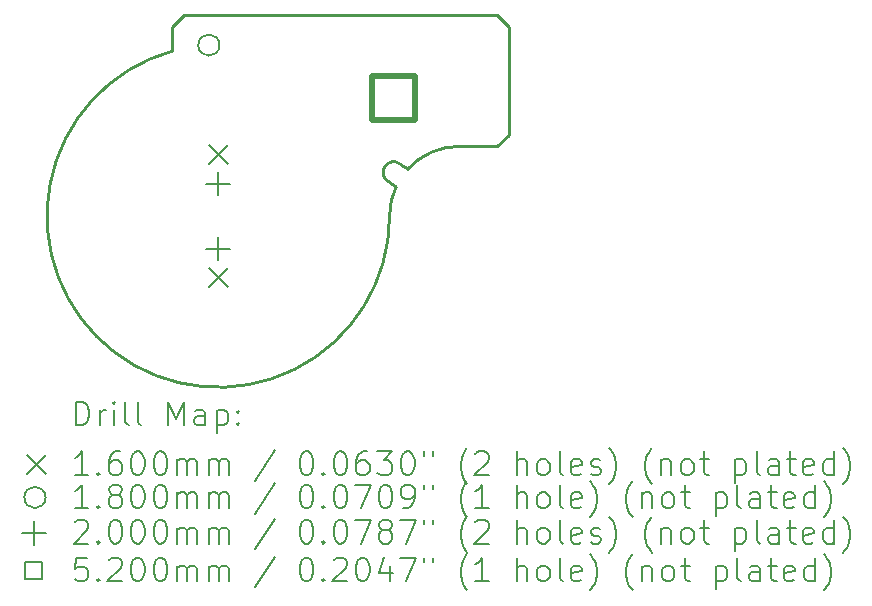
<source format=gbr>
%FSLAX45Y45*%
G04 Gerber Fmt 4.5, Leading zero omitted, Abs format (unit mm)*
G04 Created by KiCad (PCBNEW (6.0.1)) date 2022-03-24 22:12:07*
%MOMM*%
%LPD*%
G01*
G04 APERTURE LIST*
%TA.AperFunction,Profile*%
%ADD10C,0.250000*%
%TD*%
%ADD11C,0.200000*%
%ADD12C,0.160000*%
%ADD13C,0.180000*%
%ADD14C,0.520000*%
G04 APERTURE END LIST*
D10*
X17360000Y-8300000D02*
X14710000Y-8300000D01*
X17040000Y-9410000D02*
G75*
G03*
X16604561Y-9601888I0J-590000D01*
G01*
X14710000Y-8300000D02*
X14610000Y-8400000D01*
X16434738Y-9705056D02*
X16504789Y-9751707D01*
X17460000Y-8400000D02*
X17360000Y-8300000D01*
X16534510Y-9555238D02*
G75*
G03*
X16434738Y-9705056I-49886J-74909D01*
G01*
X16604561Y-9601888D02*
X16534510Y-9555238D01*
X17360000Y-9410000D02*
X17460000Y-9310000D01*
X16504789Y-9751707D02*
G75*
G03*
X16450000Y-10000000I535210J-248293D01*
G01*
X17040000Y-9410000D02*
X17360000Y-9410000D01*
X14610000Y-8603433D02*
G75*
G03*
X16450000Y-10000000I390000J-1396567D01*
G01*
X14610000Y-8400000D02*
X14610000Y-8603433D01*
X17460000Y-9310000D02*
X17460000Y-8400000D01*
D11*
D12*
X14920000Y-9397500D02*
X15080000Y-9557500D01*
X15080000Y-9397500D02*
X14920000Y-9557500D01*
X14920000Y-10442500D02*
X15080000Y-10602500D01*
X15080000Y-10442500D02*
X14920000Y-10602500D01*
D13*
X15010000Y-8552500D02*
G75*
G03*
X15010000Y-8552500I-90000J0D01*
G01*
D11*
X15000000Y-9625000D02*
X15000000Y-9825000D01*
X14900000Y-9725000D02*
X15100000Y-9725000D01*
X15000000Y-10175000D02*
X15000000Y-10375000D01*
X14900000Y-10275000D02*
X15100000Y-10275000D01*
D14*
X16668849Y-9183850D02*
X16668849Y-8816151D01*
X16301150Y-8816151D01*
X16301150Y-9183850D01*
X16668849Y-9183850D01*
D11*
X13795119Y-11772976D02*
X13795119Y-11572976D01*
X13842738Y-11572976D01*
X13871309Y-11582500D01*
X13890357Y-11601548D01*
X13899881Y-11620595D01*
X13909405Y-11658690D01*
X13909405Y-11687262D01*
X13899881Y-11725357D01*
X13890357Y-11744405D01*
X13871309Y-11763452D01*
X13842738Y-11772976D01*
X13795119Y-11772976D01*
X13995119Y-11772976D02*
X13995119Y-11639643D01*
X13995119Y-11677738D02*
X14004643Y-11658690D01*
X14014167Y-11649167D01*
X14033214Y-11639643D01*
X14052262Y-11639643D01*
X14118928Y-11772976D02*
X14118928Y-11639643D01*
X14118928Y-11572976D02*
X14109405Y-11582500D01*
X14118928Y-11592024D01*
X14128452Y-11582500D01*
X14118928Y-11572976D01*
X14118928Y-11592024D01*
X14242738Y-11772976D02*
X14223690Y-11763452D01*
X14214167Y-11744405D01*
X14214167Y-11572976D01*
X14347500Y-11772976D02*
X14328452Y-11763452D01*
X14318928Y-11744405D01*
X14318928Y-11572976D01*
X14576071Y-11772976D02*
X14576071Y-11572976D01*
X14642738Y-11715833D01*
X14709405Y-11572976D01*
X14709405Y-11772976D01*
X14890357Y-11772976D02*
X14890357Y-11668214D01*
X14880833Y-11649167D01*
X14861786Y-11639643D01*
X14823690Y-11639643D01*
X14804643Y-11649167D01*
X14890357Y-11763452D02*
X14871309Y-11772976D01*
X14823690Y-11772976D01*
X14804643Y-11763452D01*
X14795119Y-11744405D01*
X14795119Y-11725357D01*
X14804643Y-11706309D01*
X14823690Y-11696786D01*
X14871309Y-11696786D01*
X14890357Y-11687262D01*
X14985595Y-11639643D02*
X14985595Y-11839643D01*
X14985595Y-11649167D02*
X15004643Y-11639643D01*
X15042738Y-11639643D01*
X15061786Y-11649167D01*
X15071309Y-11658690D01*
X15080833Y-11677738D01*
X15080833Y-11734881D01*
X15071309Y-11753928D01*
X15061786Y-11763452D01*
X15042738Y-11772976D01*
X15004643Y-11772976D01*
X14985595Y-11763452D01*
X15166548Y-11753928D02*
X15176071Y-11763452D01*
X15166548Y-11772976D01*
X15157024Y-11763452D01*
X15166548Y-11753928D01*
X15166548Y-11772976D01*
X15166548Y-11649167D02*
X15176071Y-11658690D01*
X15166548Y-11668214D01*
X15157024Y-11658690D01*
X15166548Y-11649167D01*
X15166548Y-11668214D01*
D12*
X13377500Y-12022500D02*
X13537500Y-12182500D01*
X13537500Y-12022500D02*
X13377500Y-12182500D01*
D11*
X13899881Y-12192976D02*
X13785595Y-12192976D01*
X13842738Y-12192976D02*
X13842738Y-11992976D01*
X13823690Y-12021548D01*
X13804643Y-12040595D01*
X13785595Y-12050119D01*
X13985595Y-12173928D02*
X13995119Y-12183452D01*
X13985595Y-12192976D01*
X13976071Y-12183452D01*
X13985595Y-12173928D01*
X13985595Y-12192976D01*
X14166548Y-11992976D02*
X14128452Y-11992976D01*
X14109405Y-12002500D01*
X14099881Y-12012024D01*
X14080833Y-12040595D01*
X14071309Y-12078690D01*
X14071309Y-12154881D01*
X14080833Y-12173928D01*
X14090357Y-12183452D01*
X14109405Y-12192976D01*
X14147500Y-12192976D01*
X14166548Y-12183452D01*
X14176071Y-12173928D01*
X14185595Y-12154881D01*
X14185595Y-12107262D01*
X14176071Y-12088214D01*
X14166548Y-12078690D01*
X14147500Y-12069167D01*
X14109405Y-12069167D01*
X14090357Y-12078690D01*
X14080833Y-12088214D01*
X14071309Y-12107262D01*
X14309405Y-11992976D02*
X14328452Y-11992976D01*
X14347500Y-12002500D01*
X14357024Y-12012024D01*
X14366548Y-12031071D01*
X14376071Y-12069167D01*
X14376071Y-12116786D01*
X14366548Y-12154881D01*
X14357024Y-12173928D01*
X14347500Y-12183452D01*
X14328452Y-12192976D01*
X14309405Y-12192976D01*
X14290357Y-12183452D01*
X14280833Y-12173928D01*
X14271309Y-12154881D01*
X14261786Y-12116786D01*
X14261786Y-12069167D01*
X14271309Y-12031071D01*
X14280833Y-12012024D01*
X14290357Y-12002500D01*
X14309405Y-11992976D01*
X14499881Y-11992976D02*
X14518928Y-11992976D01*
X14537976Y-12002500D01*
X14547500Y-12012024D01*
X14557024Y-12031071D01*
X14566548Y-12069167D01*
X14566548Y-12116786D01*
X14557024Y-12154881D01*
X14547500Y-12173928D01*
X14537976Y-12183452D01*
X14518928Y-12192976D01*
X14499881Y-12192976D01*
X14480833Y-12183452D01*
X14471309Y-12173928D01*
X14461786Y-12154881D01*
X14452262Y-12116786D01*
X14452262Y-12069167D01*
X14461786Y-12031071D01*
X14471309Y-12012024D01*
X14480833Y-12002500D01*
X14499881Y-11992976D01*
X14652262Y-12192976D02*
X14652262Y-12059643D01*
X14652262Y-12078690D02*
X14661786Y-12069167D01*
X14680833Y-12059643D01*
X14709405Y-12059643D01*
X14728452Y-12069167D01*
X14737976Y-12088214D01*
X14737976Y-12192976D01*
X14737976Y-12088214D02*
X14747500Y-12069167D01*
X14766548Y-12059643D01*
X14795119Y-12059643D01*
X14814167Y-12069167D01*
X14823690Y-12088214D01*
X14823690Y-12192976D01*
X14918928Y-12192976D02*
X14918928Y-12059643D01*
X14918928Y-12078690D02*
X14928452Y-12069167D01*
X14947500Y-12059643D01*
X14976071Y-12059643D01*
X14995119Y-12069167D01*
X15004643Y-12088214D01*
X15004643Y-12192976D01*
X15004643Y-12088214D02*
X15014167Y-12069167D01*
X15033214Y-12059643D01*
X15061786Y-12059643D01*
X15080833Y-12069167D01*
X15090357Y-12088214D01*
X15090357Y-12192976D01*
X15480833Y-11983452D02*
X15309405Y-12240595D01*
X15737976Y-11992976D02*
X15757024Y-11992976D01*
X15776071Y-12002500D01*
X15785595Y-12012024D01*
X15795119Y-12031071D01*
X15804643Y-12069167D01*
X15804643Y-12116786D01*
X15795119Y-12154881D01*
X15785595Y-12173928D01*
X15776071Y-12183452D01*
X15757024Y-12192976D01*
X15737976Y-12192976D01*
X15718928Y-12183452D01*
X15709405Y-12173928D01*
X15699881Y-12154881D01*
X15690357Y-12116786D01*
X15690357Y-12069167D01*
X15699881Y-12031071D01*
X15709405Y-12012024D01*
X15718928Y-12002500D01*
X15737976Y-11992976D01*
X15890357Y-12173928D02*
X15899881Y-12183452D01*
X15890357Y-12192976D01*
X15880833Y-12183452D01*
X15890357Y-12173928D01*
X15890357Y-12192976D01*
X16023690Y-11992976D02*
X16042738Y-11992976D01*
X16061786Y-12002500D01*
X16071309Y-12012024D01*
X16080833Y-12031071D01*
X16090357Y-12069167D01*
X16090357Y-12116786D01*
X16080833Y-12154881D01*
X16071309Y-12173928D01*
X16061786Y-12183452D01*
X16042738Y-12192976D01*
X16023690Y-12192976D01*
X16004643Y-12183452D01*
X15995119Y-12173928D01*
X15985595Y-12154881D01*
X15976071Y-12116786D01*
X15976071Y-12069167D01*
X15985595Y-12031071D01*
X15995119Y-12012024D01*
X16004643Y-12002500D01*
X16023690Y-11992976D01*
X16261786Y-11992976D02*
X16223690Y-11992976D01*
X16204643Y-12002500D01*
X16195119Y-12012024D01*
X16176071Y-12040595D01*
X16166548Y-12078690D01*
X16166548Y-12154881D01*
X16176071Y-12173928D01*
X16185595Y-12183452D01*
X16204643Y-12192976D01*
X16242738Y-12192976D01*
X16261786Y-12183452D01*
X16271309Y-12173928D01*
X16280833Y-12154881D01*
X16280833Y-12107262D01*
X16271309Y-12088214D01*
X16261786Y-12078690D01*
X16242738Y-12069167D01*
X16204643Y-12069167D01*
X16185595Y-12078690D01*
X16176071Y-12088214D01*
X16166548Y-12107262D01*
X16347500Y-11992976D02*
X16471309Y-11992976D01*
X16404643Y-12069167D01*
X16433214Y-12069167D01*
X16452262Y-12078690D01*
X16461786Y-12088214D01*
X16471309Y-12107262D01*
X16471309Y-12154881D01*
X16461786Y-12173928D01*
X16452262Y-12183452D01*
X16433214Y-12192976D01*
X16376071Y-12192976D01*
X16357024Y-12183452D01*
X16347500Y-12173928D01*
X16595119Y-11992976D02*
X16614167Y-11992976D01*
X16633214Y-12002500D01*
X16642738Y-12012024D01*
X16652262Y-12031071D01*
X16661786Y-12069167D01*
X16661786Y-12116786D01*
X16652262Y-12154881D01*
X16642738Y-12173928D01*
X16633214Y-12183452D01*
X16614167Y-12192976D01*
X16595119Y-12192976D01*
X16576071Y-12183452D01*
X16566548Y-12173928D01*
X16557024Y-12154881D01*
X16547500Y-12116786D01*
X16547500Y-12069167D01*
X16557024Y-12031071D01*
X16566548Y-12012024D01*
X16576071Y-12002500D01*
X16595119Y-11992976D01*
X16737976Y-11992976D02*
X16737976Y-12031071D01*
X16814167Y-11992976D02*
X16814167Y-12031071D01*
X17109405Y-12269167D02*
X17099881Y-12259643D01*
X17080833Y-12231071D01*
X17071310Y-12212024D01*
X17061786Y-12183452D01*
X17052262Y-12135833D01*
X17052262Y-12097738D01*
X17061786Y-12050119D01*
X17071310Y-12021548D01*
X17080833Y-12002500D01*
X17099881Y-11973928D01*
X17109405Y-11964405D01*
X17176071Y-12012024D02*
X17185595Y-12002500D01*
X17204643Y-11992976D01*
X17252262Y-11992976D01*
X17271310Y-12002500D01*
X17280833Y-12012024D01*
X17290357Y-12031071D01*
X17290357Y-12050119D01*
X17280833Y-12078690D01*
X17166548Y-12192976D01*
X17290357Y-12192976D01*
X17528452Y-12192976D02*
X17528452Y-11992976D01*
X17614167Y-12192976D02*
X17614167Y-12088214D01*
X17604643Y-12069167D01*
X17585595Y-12059643D01*
X17557024Y-12059643D01*
X17537976Y-12069167D01*
X17528452Y-12078690D01*
X17737976Y-12192976D02*
X17718929Y-12183452D01*
X17709405Y-12173928D01*
X17699881Y-12154881D01*
X17699881Y-12097738D01*
X17709405Y-12078690D01*
X17718929Y-12069167D01*
X17737976Y-12059643D01*
X17766548Y-12059643D01*
X17785595Y-12069167D01*
X17795119Y-12078690D01*
X17804643Y-12097738D01*
X17804643Y-12154881D01*
X17795119Y-12173928D01*
X17785595Y-12183452D01*
X17766548Y-12192976D01*
X17737976Y-12192976D01*
X17918929Y-12192976D02*
X17899881Y-12183452D01*
X17890357Y-12164405D01*
X17890357Y-11992976D01*
X18071310Y-12183452D02*
X18052262Y-12192976D01*
X18014167Y-12192976D01*
X17995119Y-12183452D01*
X17985595Y-12164405D01*
X17985595Y-12088214D01*
X17995119Y-12069167D01*
X18014167Y-12059643D01*
X18052262Y-12059643D01*
X18071310Y-12069167D01*
X18080833Y-12088214D01*
X18080833Y-12107262D01*
X17985595Y-12126309D01*
X18157024Y-12183452D02*
X18176071Y-12192976D01*
X18214167Y-12192976D01*
X18233214Y-12183452D01*
X18242738Y-12164405D01*
X18242738Y-12154881D01*
X18233214Y-12135833D01*
X18214167Y-12126309D01*
X18185595Y-12126309D01*
X18166548Y-12116786D01*
X18157024Y-12097738D01*
X18157024Y-12088214D01*
X18166548Y-12069167D01*
X18185595Y-12059643D01*
X18214167Y-12059643D01*
X18233214Y-12069167D01*
X18309405Y-12269167D02*
X18318929Y-12259643D01*
X18337976Y-12231071D01*
X18347500Y-12212024D01*
X18357024Y-12183452D01*
X18366548Y-12135833D01*
X18366548Y-12097738D01*
X18357024Y-12050119D01*
X18347500Y-12021548D01*
X18337976Y-12002500D01*
X18318929Y-11973928D01*
X18309405Y-11964405D01*
X18671310Y-12269167D02*
X18661786Y-12259643D01*
X18642738Y-12231071D01*
X18633214Y-12212024D01*
X18623690Y-12183452D01*
X18614167Y-12135833D01*
X18614167Y-12097738D01*
X18623690Y-12050119D01*
X18633214Y-12021548D01*
X18642738Y-12002500D01*
X18661786Y-11973928D01*
X18671310Y-11964405D01*
X18747500Y-12059643D02*
X18747500Y-12192976D01*
X18747500Y-12078690D02*
X18757024Y-12069167D01*
X18776071Y-12059643D01*
X18804643Y-12059643D01*
X18823690Y-12069167D01*
X18833214Y-12088214D01*
X18833214Y-12192976D01*
X18957024Y-12192976D02*
X18937976Y-12183452D01*
X18928452Y-12173928D01*
X18918929Y-12154881D01*
X18918929Y-12097738D01*
X18928452Y-12078690D01*
X18937976Y-12069167D01*
X18957024Y-12059643D01*
X18985595Y-12059643D01*
X19004643Y-12069167D01*
X19014167Y-12078690D01*
X19023690Y-12097738D01*
X19023690Y-12154881D01*
X19014167Y-12173928D01*
X19004643Y-12183452D01*
X18985595Y-12192976D01*
X18957024Y-12192976D01*
X19080833Y-12059643D02*
X19157024Y-12059643D01*
X19109405Y-11992976D02*
X19109405Y-12164405D01*
X19118929Y-12183452D01*
X19137976Y-12192976D01*
X19157024Y-12192976D01*
X19376071Y-12059643D02*
X19376071Y-12259643D01*
X19376071Y-12069167D02*
X19395119Y-12059643D01*
X19433214Y-12059643D01*
X19452262Y-12069167D01*
X19461786Y-12078690D01*
X19471310Y-12097738D01*
X19471310Y-12154881D01*
X19461786Y-12173928D01*
X19452262Y-12183452D01*
X19433214Y-12192976D01*
X19395119Y-12192976D01*
X19376071Y-12183452D01*
X19585595Y-12192976D02*
X19566548Y-12183452D01*
X19557024Y-12164405D01*
X19557024Y-11992976D01*
X19747500Y-12192976D02*
X19747500Y-12088214D01*
X19737976Y-12069167D01*
X19718929Y-12059643D01*
X19680833Y-12059643D01*
X19661786Y-12069167D01*
X19747500Y-12183452D02*
X19728452Y-12192976D01*
X19680833Y-12192976D01*
X19661786Y-12183452D01*
X19652262Y-12164405D01*
X19652262Y-12145357D01*
X19661786Y-12126309D01*
X19680833Y-12116786D01*
X19728452Y-12116786D01*
X19747500Y-12107262D01*
X19814167Y-12059643D02*
X19890357Y-12059643D01*
X19842738Y-11992976D02*
X19842738Y-12164405D01*
X19852262Y-12183452D01*
X19871310Y-12192976D01*
X19890357Y-12192976D01*
X20033214Y-12183452D02*
X20014167Y-12192976D01*
X19976071Y-12192976D01*
X19957024Y-12183452D01*
X19947500Y-12164405D01*
X19947500Y-12088214D01*
X19957024Y-12069167D01*
X19976071Y-12059643D01*
X20014167Y-12059643D01*
X20033214Y-12069167D01*
X20042738Y-12088214D01*
X20042738Y-12107262D01*
X19947500Y-12126309D01*
X20214167Y-12192976D02*
X20214167Y-11992976D01*
X20214167Y-12183452D02*
X20195119Y-12192976D01*
X20157024Y-12192976D01*
X20137976Y-12183452D01*
X20128452Y-12173928D01*
X20118929Y-12154881D01*
X20118929Y-12097738D01*
X20128452Y-12078690D01*
X20137976Y-12069167D01*
X20157024Y-12059643D01*
X20195119Y-12059643D01*
X20214167Y-12069167D01*
X20290357Y-12269167D02*
X20299881Y-12259643D01*
X20318929Y-12231071D01*
X20328452Y-12212024D01*
X20337976Y-12183452D01*
X20347500Y-12135833D01*
X20347500Y-12097738D01*
X20337976Y-12050119D01*
X20328452Y-12021548D01*
X20318929Y-12002500D01*
X20299881Y-11973928D01*
X20290357Y-11964405D01*
D13*
X13537500Y-12382500D02*
G75*
G03*
X13537500Y-12382500I-90000J0D01*
G01*
D11*
X13899881Y-12472976D02*
X13785595Y-12472976D01*
X13842738Y-12472976D02*
X13842738Y-12272976D01*
X13823690Y-12301548D01*
X13804643Y-12320595D01*
X13785595Y-12330119D01*
X13985595Y-12453928D02*
X13995119Y-12463452D01*
X13985595Y-12472976D01*
X13976071Y-12463452D01*
X13985595Y-12453928D01*
X13985595Y-12472976D01*
X14109405Y-12358690D02*
X14090357Y-12349167D01*
X14080833Y-12339643D01*
X14071309Y-12320595D01*
X14071309Y-12311071D01*
X14080833Y-12292024D01*
X14090357Y-12282500D01*
X14109405Y-12272976D01*
X14147500Y-12272976D01*
X14166548Y-12282500D01*
X14176071Y-12292024D01*
X14185595Y-12311071D01*
X14185595Y-12320595D01*
X14176071Y-12339643D01*
X14166548Y-12349167D01*
X14147500Y-12358690D01*
X14109405Y-12358690D01*
X14090357Y-12368214D01*
X14080833Y-12377738D01*
X14071309Y-12396786D01*
X14071309Y-12434881D01*
X14080833Y-12453928D01*
X14090357Y-12463452D01*
X14109405Y-12472976D01*
X14147500Y-12472976D01*
X14166548Y-12463452D01*
X14176071Y-12453928D01*
X14185595Y-12434881D01*
X14185595Y-12396786D01*
X14176071Y-12377738D01*
X14166548Y-12368214D01*
X14147500Y-12358690D01*
X14309405Y-12272976D02*
X14328452Y-12272976D01*
X14347500Y-12282500D01*
X14357024Y-12292024D01*
X14366548Y-12311071D01*
X14376071Y-12349167D01*
X14376071Y-12396786D01*
X14366548Y-12434881D01*
X14357024Y-12453928D01*
X14347500Y-12463452D01*
X14328452Y-12472976D01*
X14309405Y-12472976D01*
X14290357Y-12463452D01*
X14280833Y-12453928D01*
X14271309Y-12434881D01*
X14261786Y-12396786D01*
X14261786Y-12349167D01*
X14271309Y-12311071D01*
X14280833Y-12292024D01*
X14290357Y-12282500D01*
X14309405Y-12272976D01*
X14499881Y-12272976D02*
X14518928Y-12272976D01*
X14537976Y-12282500D01*
X14547500Y-12292024D01*
X14557024Y-12311071D01*
X14566548Y-12349167D01*
X14566548Y-12396786D01*
X14557024Y-12434881D01*
X14547500Y-12453928D01*
X14537976Y-12463452D01*
X14518928Y-12472976D01*
X14499881Y-12472976D01*
X14480833Y-12463452D01*
X14471309Y-12453928D01*
X14461786Y-12434881D01*
X14452262Y-12396786D01*
X14452262Y-12349167D01*
X14461786Y-12311071D01*
X14471309Y-12292024D01*
X14480833Y-12282500D01*
X14499881Y-12272976D01*
X14652262Y-12472976D02*
X14652262Y-12339643D01*
X14652262Y-12358690D02*
X14661786Y-12349167D01*
X14680833Y-12339643D01*
X14709405Y-12339643D01*
X14728452Y-12349167D01*
X14737976Y-12368214D01*
X14737976Y-12472976D01*
X14737976Y-12368214D02*
X14747500Y-12349167D01*
X14766548Y-12339643D01*
X14795119Y-12339643D01*
X14814167Y-12349167D01*
X14823690Y-12368214D01*
X14823690Y-12472976D01*
X14918928Y-12472976D02*
X14918928Y-12339643D01*
X14918928Y-12358690D02*
X14928452Y-12349167D01*
X14947500Y-12339643D01*
X14976071Y-12339643D01*
X14995119Y-12349167D01*
X15004643Y-12368214D01*
X15004643Y-12472976D01*
X15004643Y-12368214D02*
X15014167Y-12349167D01*
X15033214Y-12339643D01*
X15061786Y-12339643D01*
X15080833Y-12349167D01*
X15090357Y-12368214D01*
X15090357Y-12472976D01*
X15480833Y-12263452D02*
X15309405Y-12520595D01*
X15737976Y-12272976D02*
X15757024Y-12272976D01*
X15776071Y-12282500D01*
X15785595Y-12292024D01*
X15795119Y-12311071D01*
X15804643Y-12349167D01*
X15804643Y-12396786D01*
X15795119Y-12434881D01*
X15785595Y-12453928D01*
X15776071Y-12463452D01*
X15757024Y-12472976D01*
X15737976Y-12472976D01*
X15718928Y-12463452D01*
X15709405Y-12453928D01*
X15699881Y-12434881D01*
X15690357Y-12396786D01*
X15690357Y-12349167D01*
X15699881Y-12311071D01*
X15709405Y-12292024D01*
X15718928Y-12282500D01*
X15737976Y-12272976D01*
X15890357Y-12453928D02*
X15899881Y-12463452D01*
X15890357Y-12472976D01*
X15880833Y-12463452D01*
X15890357Y-12453928D01*
X15890357Y-12472976D01*
X16023690Y-12272976D02*
X16042738Y-12272976D01*
X16061786Y-12282500D01*
X16071309Y-12292024D01*
X16080833Y-12311071D01*
X16090357Y-12349167D01*
X16090357Y-12396786D01*
X16080833Y-12434881D01*
X16071309Y-12453928D01*
X16061786Y-12463452D01*
X16042738Y-12472976D01*
X16023690Y-12472976D01*
X16004643Y-12463452D01*
X15995119Y-12453928D01*
X15985595Y-12434881D01*
X15976071Y-12396786D01*
X15976071Y-12349167D01*
X15985595Y-12311071D01*
X15995119Y-12292024D01*
X16004643Y-12282500D01*
X16023690Y-12272976D01*
X16157024Y-12272976D02*
X16290357Y-12272976D01*
X16204643Y-12472976D01*
X16404643Y-12272976D02*
X16423690Y-12272976D01*
X16442738Y-12282500D01*
X16452262Y-12292024D01*
X16461786Y-12311071D01*
X16471309Y-12349167D01*
X16471309Y-12396786D01*
X16461786Y-12434881D01*
X16452262Y-12453928D01*
X16442738Y-12463452D01*
X16423690Y-12472976D01*
X16404643Y-12472976D01*
X16385595Y-12463452D01*
X16376071Y-12453928D01*
X16366548Y-12434881D01*
X16357024Y-12396786D01*
X16357024Y-12349167D01*
X16366548Y-12311071D01*
X16376071Y-12292024D01*
X16385595Y-12282500D01*
X16404643Y-12272976D01*
X16566548Y-12472976D02*
X16604643Y-12472976D01*
X16623690Y-12463452D01*
X16633214Y-12453928D01*
X16652262Y-12425357D01*
X16661786Y-12387262D01*
X16661786Y-12311071D01*
X16652262Y-12292024D01*
X16642738Y-12282500D01*
X16623690Y-12272976D01*
X16585595Y-12272976D01*
X16566548Y-12282500D01*
X16557024Y-12292024D01*
X16547500Y-12311071D01*
X16547500Y-12358690D01*
X16557024Y-12377738D01*
X16566548Y-12387262D01*
X16585595Y-12396786D01*
X16623690Y-12396786D01*
X16642738Y-12387262D01*
X16652262Y-12377738D01*
X16661786Y-12358690D01*
X16737976Y-12272976D02*
X16737976Y-12311071D01*
X16814167Y-12272976D02*
X16814167Y-12311071D01*
X17109405Y-12549167D02*
X17099881Y-12539643D01*
X17080833Y-12511071D01*
X17071310Y-12492024D01*
X17061786Y-12463452D01*
X17052262Y-12415833D01*
X17052262Y-12377738D01*
X17061786Y-12330119D01*
X17071310Y-12301548D01*
X17080833Y-12282500D01*
X17099881Y-12253928D01*
X17109405Y-12244405D01*
X17290357Y-12472976D02*
X17176071Y-12472976D01*
X17233214Y-12472976D02*
X17233214Y-12272976D01*
X17214167Y-12301548D01*
X17195119Y-12320595D01*
X17176071Y-12330119D01*
X17528452Y-12472976D02*
X17528452Y-12272976D01*
X17614167Y-12472976D02*
X17614167Y-12368214D01*
X17604643Y-12349167D01*
X17585595Y-12339643D01*
X17557024Y-12339643D01*
X17537976Y-12349167D01*
X17528452Y-12358690D01*
X17737976Y-12472976D02*
X17718929Y-12463452D01*
X17709405Y-12453928D01*
X17699881Y-12434881D01*
X17699881Y-12377738D01*
X17709405Y-12358690D01*
X17718929Y-12349167D01*
X17737976Y-12339643D01*
X17766548Y-12339643D01*
X17785595Y-12349167D01*
X17795119Y-12358690D01*
X17804643Y-12377738D01*
X17804643Y-12434881D01*
X17795119Y-12453928D01*
X17785595Y-12463452D01*
X17766548Y-12472976D01*
X17737976Y-12472976D01*
X17918929Y-12472976D02*
X17899881Y-12463452D01*
X17890357Y-12444405D01*
X17890357Y-12272976D01*
X18071310Y-12463452D02*
X18052262Y-12472976D01*
X18014167Y-12472976D01*
X17995119Y-12463452D01*
X17985595Y-12444405D01*
X17985595Y-12368214D01*
X17995119Y-12349167D01*
X18014167Y-12339643D01*
X18052262Y-12339643D01*
X18071310Y-12349167D01*
X18080833Y-12368214D01*
X18080833Y-12387262D01*
X17985595Y-12406309D01*
X18147500Y-12549167D02*
X18157024Y-12539643D01*
X18176071Y-12511071D01*
X18185595Y-12492024D01*
X18195119Y-12463452D01*
X18204643Y-12415833D01*
X18204643Y-12377738D01*
X18195119Y-12330119D01*
X18185595Y-12301548D01*
X18176071Y-12282500D01*
X18157024Y-12253928D01*
X18147500Y-12244405D01*
X18509405Y-12549167D02*
X18499881Y-12539643D01*
X18480833Y-12511071D01*
X18471310Y-12492024D01*
X18461786Y-12463452D01*
X18452262Y-12415833D01*
X18452262Y-12377738D01*
X18461786Y-12330119D01*
X18471310Y-12301548D01*
X18480833Y-12282500D01*
X18499881Y-12253928D01*
X18509405Y-12244405D01*
X18585595Y-12339643D02*
X18585595Y-12472976D01*
X18585595Y-12358690D02*
X18595119Y-12349167D01*
X18614167Y-12339643D01*
X18642738Y-12339643D01*
X18661786Y-12349167D01*
X18671310Y-12368214D01*
X18671310Y-12472976D01*
X18795119Y-12472976D02*
X18776071Y-12463452D01*
X18766548Y-12453928D01*
X18757024Y-12434881D01*
X18757024Y-12377738D01*
X18766548Y-12358690D01*
X18776071Y-12349167D01*
X18795119Y-12339643D01*
X18823690Y-12339643D01*
X18842738Y-12349167D01*
X18852262Y-12358690D01*
X18861786Y-12377738D01*
X18861786Y-12434881D01*
X18852262Y-12453928D01*
X18842738Y-12463452D01*
X18823690Y-12472976D01*
X18795119Y-12472976D01*
X18918929Y-12339643D02*
X18995119Y-12339643D01*
X18947500Y-12272976D02*
X18947500Y-12444405D01*
X18957024Y-12463452D01*
X18976071Y-12472976D01*
X18995119Y-12472976D01*
X19214167Y-12339643D02*
X19214167Y-12539643D01*
X19214167Y-12349167D02*
X19233214Y-12339643D01*
X19271310Y-12339643D01*
X19290357Y-12349167D01*
X19299881Y-12358690D01*
X19309405Y-12377738D01*
X19309405Y-12434881D01*
X19299881Y-12453928D01*
X19290357Y-12463452D01*
X19271310Y-12472976D01*
X19233214Y-12472976D01*
X19214167Y-12463452D01*
X19423690Y-12472976D02*
X19404643Y-12463452D01*
X19395119Y-12444405D01*
X19395119Y-12272976D01*
X19585595Y-12472976D02*
X19585595Y-12368214D01*
X19576071Y-12349167D01*
X19557024Y-12339643D01*
X19518929Y-12339643D01*
X19499881Y-12349167D01*
X19585595Y-12463452D02*
X19566548Y-12472976D01*
X19518929Y-12472976D01*
X19499881Y-12463452D01*
X19490357Y-12444405D01*
X19490357Y-12425357D01*
X19499881Y-12406309D01*
X19518929Y-12396786D01*
X19566548Y-12396786D01*
X19585595Y-12387262D01*
X19652262Y-12339643D02*
X19728452Y-12339643D01*
X19680833Y-12272976D02*
X19680833Y-12444405D01*
X19690357Y-12463452D01*
X19709405Y-12472976D01*
X19728452Y-12472976D01*
X19871310Y-12463452D02*
X19852262Y-12472976D01*
X19814167Y-12472976D01*
X19795119Y-12463452D01*
X19785595Y-12444405D01*
X19785595Y-12368214D01*
X19795119Y-12349167D01*
X19814167Y-12339643D01*
X19852262Y-12339643D01*
X19871310Y-12349167D01*
X19880833Y-12368214D01*
X19880833Y-12387262D01*
X19785595Y-12406309D01*
X20052262Y-12472976D02*
X20052262Y-12272976D01*
X20052262Y-12463452D02*
X20033214Y-12472976D01*
X19995119Y-12472976D01*
X19976071Y-12463452D01*
X19966548Y-12453928D01*
X19957024Y-12434881D01*
X19957024Y-12377738D01*
X19966548Y-12358690D01*
X19976071Y-12349167D01*
X19995119Y-12339643D01*
X20033214Y-12339643D01*
X20052262Y-12349167D01*
X20128452Y-12549167D02*
X20137976Y-12539643D01*
X20157024Y-12511071D01*
X20166548Y-12492024D01*
X20176071Y-12463452D01*
X20185595Y-12415833D01*
X20185595Y-12377738D01*
X20176071Y-12330119D01*
X20166548Y-12301548D01*
X20157024Y-12282500D01*
X20137976Y-12253928D01*
X20128452Y-12244405D01*
X13437500Y-12582500D02*
X13437500Y-12782500D01*
X13337500Y-12682500D02*
X13537500Y-12682500D01*
X13785595Y-12592024D02*
X13795119Y-12582500D01*
X13814167Y-12572976D01*
X13861786Y-12572976D01*
X13880833Y-12582500D01*
X13890357Y-12592024D01*
X13899881Y-12611071D01*
X13899881Y-12630119D01*
X13890357Y-12658690D01*
X13776071Y-12772976D01*
X13899881Y-12772976D01*
X13985595Y-12753928D02*
X13995119Y-12763452D01*
X13985595Y-12772976D01*
X13976071Y-12763452D01*
X13985595Y-12753928D01*
X13985595Y-12772976D01*
X14118928Y-12572976D02*
X14137976Y-12572976D01*
X14157024Y-12582500D01*
X14166548Y-12592024D01*
X14176071Y-12611071D01*
X14185595Y-12649167D01*
X14185595Y-12696786D01*
X14176071Y-12734881D01*
X14166548Y-12753928D01*
X14157024Y-12763452D01*
X14137976Y-12772976D01*
X14118928Y-12772976D01*
X14099881Y-12763452D01*
X14090357Y-12753928D01*
X14080833Y-12734881D01*
X14071309Y-12696786D01*
X14071309Y-12649167D01*
X14080833Y-12611071D01*
X14090357Y-12592024D01*
X14099881Y-12582500D01*
X14118928Y-12572976D01*
X14309405Y-12572976D02*
X14328452Y-12572976D01*
X14347500Y-12582500D01*
X14357024Y-12592024D01*
X14366548Y-12611071D01*
X14376071Y-12649167D01*
X14376071Y-12696786D01*
X14366548Y-12734881D01*
X14357024Y-12753928D01*
X14347500Y-12763452D01*
X14328452Y-12772976D01*
X14309405Y-12772976D01*
X14290357Y-12763452D01*
X14280833Y-12753928D01*
X14271309Y-12734881D01*
X14261786Y-12696786D01*
X14261786Y-12649167D01*
X14271309Y-12611071D01*
X14280833Y-12592024D01*
X14290357Y-12582500D01*
X14309405Y-12572976D01*
X14499881Y-12572976D02*
X14518928Y-12572976D01*
X14537976Y-12582500D01*
X14547500Y-12592024D01*
X14557024Y-12611071D01*
X14566548Y-12649167D01*
X14566548Y-12696786D01*
X14557024Y-12734881D01*
X14547500Y-12753928D01*
X14537976Y-12763452D01*
X14518928Y-12772976D01*
X14499881Y-12772976D01*
X14480833Y-12763452D01*
X14471309Y-12753928D01*
X14461786Y-12734881D01*
X14452262Y-12696786D01*
X14452262Y-12649167D01*
X14461786Y-12611071D01*
X14471309Y-12592024D01*
X14480833Y-12582500D01*
X14499881Y-12572976D01*
X14652262Y-12772976D02*
X14652262Y-12639643D01*
X14652262Y-12658690D02*
X14661786Y-12649167D01*
X14680833Y-12639643D01*
X14709405Y-12639643D01*
X14728452Y-12649167D01*
X14737976Y-12668214D01*
X14737976Y-12772976D01*
X14737976Y-12668214D02*
X14747500Y-12649167D01*
X14766548Y-12639643D01*
X14795119Y-12639643D01*
X14814167Y-12649167D01*
X14823690Y-12668214D01*
X14823690Y-12772976D01*
X14918928Y-12772976D02*
X14918928Y-12639643D01*
X14918928Y-12658690D02*
X14928452Y-12649167D01*
X14947500Y-12639643D01*
X14976071Y-12639643D01*
X14995119Y-12649167D01*
X15004643Y-12668214D01*
X15004643Y-12772976D01*
X15004643Y-12668214D02*
X15014167Y-12649167D01*
X15033214Y-12639643D01*
X15061786Y-12639643D01*
X15080833Y-12649167D01*
X15090357Y-12668214D01*
X15090357Y-12772976D01*
X15480833Y-12563452D02*
X15309405Y-12820595D01*
X15737976Y-12572976D02*
X15757024Y-12572976D01*
X15776071Y-12582500D01*
X15785595Y-12592024D01*
X15795119Y-12611071D01*
X15804643Y-12649167D01*
X15804643Y-12696786D01*
X15795119Y-12734881D01*
X15785595Y-12753928D01*
X15776071Y-12763452D01*
X15757024Y-12772976D01*
X15737976Y-12772976D01*
X15718928Y-12763452D01*
X15709405Y-12753928D01*
X15699881Y-12734881D01*
X15690357Y-12696786D01*
X15690357Y-12649167D01*
X15699881Y-12611071D01*
X15709405Y-12592024D01*
X15718928Y-12582500D01*
X15737976Y-12572976D01*
X15890357Y-12753928D02*
X15899881Y-12763452D01*
X15890357Y-12772976D01*
X15880833Y-12763452D01*
X15890357Y-12753928D01*
X15890357Y-12772976D01*
X16023690Y-12572976D02*
X16042738Y-12572976D01*
X16061786Y-12582500D01*
X16071309Y-12592024D01*
X16080833Y-12611071D01*
X16090357Y-12649167D01*
X16090357Y-12696786D01*
X16080833Y-12734881D01*
X16071309Y-12753928D01*
X16061786Y-12763452D01*
X16042738Y-12772976D01*
X16023690Y-12772976D01*
X16004643Y-12763452D01*
X15995119Y-12753928D01*
X15985595Y-12734881D01*
X15976071Y-12696786D01*
X15976071Y-12649167D01*
X15985595Y-12611071D01*
X15995119Y-12592024D01*
X16004643Y-12582500D01*
X16023690Y-12572976D01*
X16157024Y-12572976D02*
X16290357Y-12572976D01*
X16204643Y-12772976D01*
X16395119Y-12658690D02*
X16376071Y-12649167D01*
X16366548Y-12639643D01*
X16357024Y-12620595D01*
X16357024Y-12611071D01*
X16366548Y-12592024D01*
X16376071Y-12582500D01*
X16395119Y-12572976D01*
X16433214Y-12572976D01*
X16452262Y-12582500D01*
X16461786Y-12592024D01*
X16471309Y-12611071D01*
X16471309Y-12620595D01*
X16461786Y-12639643D01*
X16452262Y-12649167D01*
X16433214Y-12658690D01*
X16395119Y-12658690D01*
X16376071Y-12668214D01*
X16366548Y-12677738D01*
X16357024Y-12696786D01*
X16357024Y-12734881D01*
X16366548Y-12753928D01*
X16376071Y-12763452D01*
X16395119Y-12772976D01*
X16433214Y-12772976D01*
X16452262Y-12763452D01*
X16461786Y-12753928D01*
X16471309Y-12734881D01*
X16471309Y-12696786D01*
X16461786Y-12677738D01*
X16452262Y-12668214D01*
X16433214Y-12658690D01*
X16537976Y-12572976D02*
X16671309Y-12572976D01*
X16585595Y-12772976D01*
X16737976Y-12572976D02*
X16737976Y-12611071D01*
X16814167Y-12572976D02*
X16814167Y-12611071D01*
X17109405Y-12849167D02*
X17099881Y-12839643D01*
X17080833Y-12811071D01*
X17071310Y-12792024D01*
X17061786Y-12763452D01*
X17052262Y-12715833D01*
X17052262Y-12677738D01*
X17061786Y-12630119D01*
X17071310Y-12601548D01*
X17080833Y-12582500D01*
X17099881Y-12553928D01*
X17109405Y-12544405D01*
X17176071Y-12592024D02*
X17185595Y-12582500D01*
X17204643Y-12572976D01*
X17252262Y-12572976D01*
X17271310Y-12582500D01*
X17280833Y-12592024D01*
X17290357Y-12611071D01*
X17290357Y-12630119D01*
X17280833Y-12658690D01*
X17166548Y-12772976D01*
X17290357Y-12772976D01*
X17528452Y-12772976D02*
X17528452Y-12572976D01*
X17614167Y-12772976D02*
X17614167Y-12668214D01*
X17604643Y-12649167D01*
X17585595Y-12639643D01*
X17557024Y-12639643D01*
X17537976Y-12649167D01*
X17528452Y-12658690D01*
X17737976Y-12772976D02*
X17718929Y-12763452D01*
X17709405Y-12753928D01*
X17699881Y-12734881D01*
X17699881Y-12677738D01*
X17709405Y-12658690D01*
X17718929Y-12649167D01*
X17737976Y-12639643D01*
X17766548Y-12639643D01*
X17785595Y-12649167D01*
X17795119Y-12658690D01*
X17804643Y-12677738D01*
X17804643Y-12734881D01*
X17795119Y-12753928D01*
X17785595Y-12763452D01*
X17766548Y-12772976D01*
X17737976Y-12772976D01*
X17918929Y-12772976D02*
X17899881Y-12763452D01*
X17890357Y-12744405D01*
X17890357Y-12572976D01*
X18071310Y-12763452D02*
X18052262Y-12772976D01*
X18014167Y-12772976D01*
X17995119Y-12763452D01*
X17985595Y-12744405D01*
X17985595Y-12668214D01*
X17995119Y-12649167D01*
X18014167Y-12639643D01*
X18052262Y-12639643D01*
X18071310Y-12649167D01*
X18080833Y-12668214D01*
X18080833Y-12687262D01*
X17985595Y-12706309D01*
X18157024Y-12763452D02*
X18176071Y-12772976D01*
X18214167Y-12772976D01*
X18233214Y-12763452D01*
X18242738Y-12744405D01*
X18242738Y-12734881D01*
X18233214Y-12715833D01*
X18214167Y-12706309D01*
X18185595Y-12706309D01*
X18166548Y-12696786D01*
X18157024Y-12677738D01*
X18157024Y-12668214D01*
X18166548Y-12649167D01*
X18185595Y-12639643D01*
X18214167Y-12639643D01*
X18233214Y-12649167D01*
X18309405Y-12849167D02*
X18318929Y-12839643D01*
X18337976Y-12811071D01*
X18347500Y-12792024D01*
X18357024Y-12763452D01*
X18366548Y-12715833D01*
X18366548Y-12677738D01*
X18357024Y-12630119D01*
X18347500Y-12601548D01*
X18337976Y-12582500D01*
X18318929Y-12553928D01*
X18309405Y-12544405D01*
X18671310Y-12849167D02*
X18661786Y-12839643D01*
X18642738Y-12811071D01*
X18633214Y-12792024D01*
X18623690Y-12763452D01*
X18614167Y-12715833D01*
X18614167Y-12677738D01*
X18623690Y-12630119D01*
X18633214Y-12601548D01*
X18642738Y-12582500D01*
X18661786Y-12553928D01*
X18671310Y-12544405D01*
X18747500Y-12639643D02*
X18747500Y-12772976D01*
X18747500Y-12658690D02*
X18757024Y-12649167D01*
X18776071Y-12639643D01*
X18804643Y-12639643D01*
X18823690Y-12649167D01*
X18833214Y-12668214D01*
X18833214Y-12772976D01*
X18957024Y-12772976D02*
X18937976Y-12763452D01*
X18928452Y-12753928D01*
X18918929Y-12734881D01*
X18918929Y-12677738D01*
X18928452Y-12658690D01*
X18937976Y-12649167D01*
X18957024Y-12639643D01*
X18985595Y-12639643D01*
X19004643Y-12649167D01*
X19014167Y-12658690D01*
X19023690Y-12677738D01*
X19023690Y-12734881D01*
X19014167Y-12753928D01*
X19004643Y-12763452D01*
X18985595Y-12772976D01*
X18957024Y-12772976D01*
X19080833Y-12639643D02*
X19157024Y-12639643D01*
X19109405Y-12572976D02*
X19109405Y-12744405D01*
X19118929Y-12763452D01*
X19137976Y-12772976D01*
X19157024Y-12772976D01*
X19376071Y-12639643D02*
X19376071Y-12839643D01*
X19376071Y-12649167D02*
X19395119Y-12639643D01*
X19433214Y-12639643D01*
X19452262Y-12649167D01*
X19461786Y-12658690D01*
X19471310Y-12677738D01*
X19471310Y-12734881D01*
X19461786Y-12753928D01*
X19452262Y-12763452D01*
X19433214Y-12772976D01*
X19395119Y-12772976D01*
X19376071Y-12763452D01*
X19585595Y-12772976D02*
X19566548Y-12763452D01*
X19557024Y-12744405D01*
X19557024Y-12572976D01*
X19747500Y-12772976D02*
X19747500Y-12668214D01*
X19737976Y-12649167D01*
X19718929Y-12639643D01*
X19680833Y-12639643D01*
X19661786Y-12649167D01*
X19747500Y-12763452D02*
X19728452Y-12772976D01*
X19680833Y-12772976D01*
X19661786Y-12763452D01*
X19652262Y-12744405D01*
X19652262Y-12725357D01*
X19661786Y-12706309D01*
X19680833Y-12696786D01*
X19728452Y-12696786D01*
X19747500Y-12687262D01*
X19814167Y-12639643D02*
X19890357Y-12639643D01*
X19842738Y-12572976D02*
X19842738Y-12744405D01*
X19852262Y-12763452D01*
X19871310Y-12772976D01*
X19890357Y-12772976D01*
X20033214Y-12763452D02*
X20014167Y-12772976D01*
X19976071Y-12772976D01*
X19957024Y-12763452D01*
X19947500Y-12744405D01*
X19947500Y-12668214D01*
X19957024Y-12649167D01*
X19976071Y-12639643D01*
X20014167Y-12639643D01*
X20033214Y-12649167D01*
X20042738Y-12668214D01*
X20042738Y-12687262D01*
X19947500Y-12706309D01*
X20214167Y-12772976D02*
X20214167Y-12572976D01*
X20214167Y-12763452D02*
X20195119Y-12772976D01*
X20157024Y-12772976D01*
X20137976Y-12763452D01*
X20128452Y-12753928D01*
X20118929Y-12734881D01*
X20118929Y-12677738D01*
X20128452Y-12658690D01*
X20137976Y-12649167D01*
X20157024Y-12639643D01*
X20195119Y-12639643D01*
X20214167Y-12649167D01*
X20290357Y-12849167D02*
X20299881Y-12839643D01*
X20318929Y-12811071D01*
X20328452Y-12792024D01*
X20337976Y-12763452D01*
X20347500Y-12715833D01*
X20347500Y-12677738D01*
X20337976Y-12630119D01*
X20328452Y-12601548D01*
X20318929Y-12582500D01*
X20299881Y-12553928D01*
X20290357Y-12544405D01*
X13508211Y-13073211D02*
X13508211Y-12931789D01*
X13366789Y-12931789D01*
X13366789Y-13073211D01*
X13508211Y-13073211D01*
X13890357Y-12892976D02*
X13795119Y-12892976D01*
X13785595Y-12988214D01*
X13795119Y-12978690D01*
X13814167Y-12969167D01*
X13861786Y-12969167D01*
X13880833Y-12978690D01*
X13890357Y-12988214D01*
X13899881Y-13007262D01*
X13899881Y-13054881D01*
X13890357Y-13073928D01*
X13880833Y-13083452D01*
X13861786Y-13092976D01*
X13814167Y-13092976D01*
X13795119Y-13083452D01*
X13785595Y-13073928D01*
X13985595Y-13073928D02*
X13995119Y-13083452D01*
X13985595Y-13092976D01*
X13976071Y-13083452D01*
X13985595Y-13073928D01*
X13985595Y-13092976D01*
X14071309Y-12912024D02*
X14080833Y-12902500D01*
X14099881Y-12892976D01*
X14147500Y-12892976D01*
X14166548Y-12902500D01*
X14176071Y-12912024D01*
X14185595Y-12931071D01*
X14185595Y-12950119D01*
X14176071Y-12978690D01*
X14061786Y-13092976D01*
X14185595Y-13092976D01*
X14309405Y-12892976D02*
X14328452Y-12892976D01*
X14347500Y-12902500D01*
X14357024Y-12912024D01*
X14366548Y-12931071D01*
X14376071Y-12969167D01*
X14376071Y-13016786D01*
X14366548Y-13054881D01*
X14357024Y-13073928D01*
X14347500Y-13083452D01*
X14328452Y-13092976D01*
X14309405Y-13092976D01*
X14290357Y-13083452D01*
X14280833Y-13073928D01*
X14271309Y-13054881D01*
X14261786Y-13016786D01*
X14261786Y-12969167D01*
X14271309Y-12931071D01*
X14280833Y-12912024D01*
X14290357Y-12902500D01*
X14309405Y-12892976D01*
X14499881Y-12892976D02*
X14518928Y-12892976D01*
X14537976Y-12902500D01*
X14547500Y-12912024D01*
X14557024Y-12931071D01*
X14566548Y-12969167D01*
X14566548Y-13016786D01*
X14557024Y-13054881D01*
X14547500Y-13073928D01*
X14537976Y-13083452D01*
X14518928Y-13092976D01*
X14499881Y-13092976D01*
X14480833Y-13083452D01*
X14471309Y-13073928D01*
X14461786Y-13054881D01*
X14452262Y-13016786D01*
X14452262Y-12969167D01*
X14461786Y-12931071D01*
X14471309Y-12912024D01*
X14480833Y-12902500D01*
X14499881Y-12892976D01*
X14652262Y-13092976D02*
X14652262Y-12959643D01*
X14652262Y-12978690D02*
X14661786Y-12969167D01*
X14680833Y-12959643D01*
X14709405Y-12959643D01*
X14728452Y-12969167D01*
X14737976Y-12988214D01*
X14737976Y-13092976D01*
X14737976Y-12988214D02*
X14747500Y-12969167D01*
X14766548Y-12959643D01*
X14795119Y-12959643D01*
X14814167Y-12969167D01*
X14823690Y-12988214D01*
X14823690Y-13092976D01*
X14918928Y-13092976D02*
X14918928Y-12959643D01*
X14918928Y-12978690D02*
X14928452Y-12969167D01*
X14947500Y-12959643D01*
X14976071Y-12959643D01*
X14995119Y-12969167D01*
X15004643Y-12988214D01*
X15004643Y-13092976D01*
X15004643Y-12988214D02*
X15014167Y-12969167D01*
X15033214Y-12959643D01*
X15061786Y-12959643D01*
X15080833Y-12969167D01*
X15090357Y-12988214D01*
X15090357Y-13092976D01*
X15480833Y-12883452D02*
X15309405Y-13140595D01*
X15737976Y-12892976D02*
X15757024Y-12892976D01*
X15776071Y-12902500D01*
X15785595Y-12912024D01*
X15795119Y-12931071D01*
X15804643Y-12969167D01*
X15804643Y-13016786D01*
X15795119Y-13054881D01*
X15785595Y-13073928D01*
X15776071Y-13083452D01*
X15757024Y-13092976D01*
X15737976Y-13092976D01*
X15718928Y-13083452D01*
X15709405Y-13073928D01*
X15699881Y-13054881D01*
X15690357Y-13016786D01*
X15690357Y-12969167D01*
X15699881Y-12931071D01*
X15709405Y-12912024D01*
X15718928Y-12902500D01*
X15737976Y-12892976D01*
X15890357Y-13073928D02*
X15899881Y-13083452D01*
X15890357Y-13092976D01*
X15880833Y-13083452D01*
X15890357Y-13073928D01*
X15890357Y-13092976D01*
X15976071Y-12912024D02*
X15985595Y-12902500D01*
X16004643Y-12892976D01*
X16052262Y-12892976D01*
X16071309Y-12902500D01*
X16080833Y-12912024D01*
X16090357Y-12931071D01*
X16090357Y-12950119D01*
X16080833Y-12978690D01*
X15966548Y-13092976D01*
X16090357Y-13092976D01*
X16214167Y-12892976D02*
X16233214Y-12892976D01*
X16252262Y-12902500D01*
X16261786Y-12912024D01*
X16271309Y-12931071D01*
X16280833Y-12969167D01*
X16280833Y-13016786D01*
X16271309Y-13054881D01*
X16261786Y-13073928D01*
X16252262Y-13083452D01*
X16233214Y-13092976D01*
X16214167Y-13092976D01*
X16195119Y-13083452D01*
X16185595Y-13073928D01*
X16176071Y-13054881D01*
X16166548Y-13016786D01*
X16166548Y-12969167D01*
X16176071Y-12931071D01*
X16185595Y-12912024D01*
X16195119Y-12902500D01*
X16214167Y-12892976D01*
X16452262Y-12959643D02*
X16452262Y-13092976D01*
X16404643Y-12883452D02*
X16357024Y-13026309D01*
X16480833Y-13026309D01*
X16537976Y-12892976D02*
X16671309Y-12892976D01*
X16585595Y-13092976D01*
X16737976Y-12892976D02*
X16737976Y-12931071D01*
X16814167Y-12892976D02*
X16814167Y-12931071D01*
X17109405Y-13169167D02*
X17099881Y-13159643D01*
X17080833Y-13131071D01*
X17071310Y-13112024D01*
X17061786Y-13083452D01*
X17052262Y-13035833D01*
X17052262Y-12997738D01*
X17061786Y-12950119D01*
X17071310Y-12921548D01*
X17080833Y-12902500D01*
X17099881Y-12873928D01*
X17109405Y-12864405D01*
X17290357Y-13092976D02*
X17176071Y-13092976D01*
X17233214Y-13092976D02*
X17233214Y-12892976D01*
X17214167Y-12921548D01*
X17195119Y-12940595D01*
X17176071Y-12950119D01*
X17528452Y-13092976D02*
X17528452Y-12892976D01*
X17614167Y-13092976D02*
X17614167Y-12988214D01*
X17604643Y-12969167D01*
X17585595Y-12959643D01*
X17557024Y-12959643D01*
X17537976Y-12969167D01*
X17528452Y-12978690D01*
X17737976Y-13092976D02*
X17718929Y-13083452D01*
X17709405Y-13073928D01*
X17699881Y-13054881D01*
X17699881Y-12997738D01*
X17709405Y-12978690D01*
X17718929Y-12969167D01*
X17737976Y-12959643D01*
X17766548Y-12959643D01*
X17785595Y-12969167D01*
X17795119Y-12978690D01*
X17804643Y-12997738D01*
X17804643Y-13054881D01*
X17795119Y-13073928D01*
X17785595Y-13083452D01*
X17766548Y-13092976D01*
X17737976Y-13092976D01*
X17918929Y-13092976D02*
X17899881Y-13083452D01*
X17890357Y-13064405D01*
X17890357Y-12892976D01*
X18071310Y-13083452D02*
X18052262Y-13092976D01*
X18014167Y-13092976D01*
X17995119Y-13083452D01*
X17985595Y-13064405D01*
X17985595Y-12988214D01*
X17995119Y-12969167D01*
X18014167Y-12959643D01*
X18052262Y-12959643D01*
X18071310Y-12969167D01*
X18080833Y-12988214D01*
X18080833Y-13007262D01*
X17985595Y-13026309D01*
X18147500Y-13169167D02*
X18157024Y-13159643D01*
X18176071Y-13131071D01*
X18185595Y-13112024D01*
X18195119Y-13083452D01*
X18204643Y-13035833D01*
X18204643Y-12997738D01*
X18195119Y-12950119D01*
X18185595Y-12921548D01*
X18176071Y-12902500D01*
X18157024Y-12873928D01*
X18147500Y-12864405D01*
X18509405Y-13169167D02*
X18499881Y-13159643D01*
X18480833Y-13131071D01*
X18471310Y-13112024D01*
X18461786Y-13083452D01*
X18452262Y-13035833D01*
X18452262Y-12997738D01*
X18461786Y-12950119D01*
X18471310Y-12921548D01*
X18480833Y-12902500D01*
X18499881Y-12873928D01*
X18509405Y-12864405D01*
X18585595Y-12959643D02*
X18585595Y-13092976D01*
X18585595Y-12978690D02*
X18595119Y-12969167D01*
X18614167Y-12959643D01*
X18642738Y-12959643D01*
X18661786Y-12969167D01*
X18671310Y-12988214D01*
X18671310Y-13092976D01*
X18795119Y-13092976D02*
X18776071Y-13083452D01*
X18766548Y-13073928D01*
X18757024Y-13054881D01*
X18757024Y-12997738D01*
X18766548Y-12978690D01*
X18776071Y-12969167D01*
X18795119Y-12959643D01*
X18823690Y-12959643D01*
X18842738Y-12969167D01*
X18852262Y-12978690D01*
X18861786Y-12997738D01*
X18861786Y-13054881D01*
X18852262Y-13073928D01*
X18842738Y-13083452D01*
X18823690Y-13092976D01*
X18795119Y-13092976D01*
X18918929Y-12959643D02*
X18995119Y-12959643D01*
X18947500Y-12892976D02*
X18947500Y-13064405D01*
X18957024Y-13083452D01*
X18976071Y-13092976D01*
X18995119Y-13092976D01*
X19214167Y-12959643D02*
X19214167Y-13159643D01*
X19214167Y-12969167D02*
X19233214Y-12959643D01*
X19271310Y-12959643D01*
X19290357Y-12969167D01*
X19299881Y-12978690D01*
X19309405Y-12997738D01*
X19309405Y-13054881D01*
X19299881Y-13073928D01*
X19290357Y-13083452D01*
X19271310Y-13092976D01*
X19233214Y-13092976D01*
X19214167Y-13083452D01*
X19423690Y-13092976D02*
X19404643Y-13083452D01*
X19395119Y-13064405D01*
X19395119Y-12892976D01*
X19585595Y-13092976D02*
X19585595Y-12988214D01*
X19576071Y-12969167D01*
X19557024Y-12959643D01*
X19518929Y-12959643D01*
X19499881Y-12969167D01*
X19585595Y-13083452D02*
X19566548Y-13092976D01*
X19518929Y-13092976D01*
X19499881Y-13083452D01*
X19490357Y-13064405D01*
X19490357Y-13045357D01*
X19499881Y-13026309D01*
X19518929Y-13016786D01*
X19566548Y-13016786D01*
X19585595Y-13007262D01*
X19652262Y-12959643D02*
X19728452Y-12959643D01*
X19680833Y-12892976D02*
X19680833Y-13064405D01*
X19690357Y-13083452D01*
X19709405Y-13092976D01*
X19728452Y-13092976D01*
X19871310Y-13083452D02*
X19852262Y-13092976D01*
X19814167Y-13092976D01*
X19795119Y-13083452D01*
X19785595Y-13064405D01*
X19785595Y-12988214D01*
X19795119Y-12969167D01*
X19814167Y-12959643D01*
X19852262Y-12959643D01*
X19871310Y-12969167D01*
X19880833Y-12988214D01*
X19880833Y-13007262D01*
X19785595Y-13026309D01*
X20052262Y-13092976D02*
X20052262Y-12892976D01*
X20052262Y-13083452D02*
X20033214Y-13092976D01*
X19995119Y-13092976D01*
X19976071Y-13083452D01*
X19966548Y-13073928D01*
X19957024Y-13054881D01*
X19957024Y-12997738D01*
X19966548Y-12978690D01*
X19976071Y-12969167D01*
X19995119Y-12959643D01*
X20033214Y-12959643D01*
X20052262Y-12969167D01*
X20128452Y-13169167D02*
X20137976Y-13159643D01*
X20157024Y-13131071D01*
X20166548Y-13112024D01*
X20176071Y-13083452D01*
X20185595Y-13035833D01*
X20185595Y-12997738D01*
X20176071Y-12950119D01*
X20166548Y-12921548D01*
X20157024Y-12902500D01*
X20137976Y-12873928D01*
X20128452Y-12864405D01*
M02*

</source>
